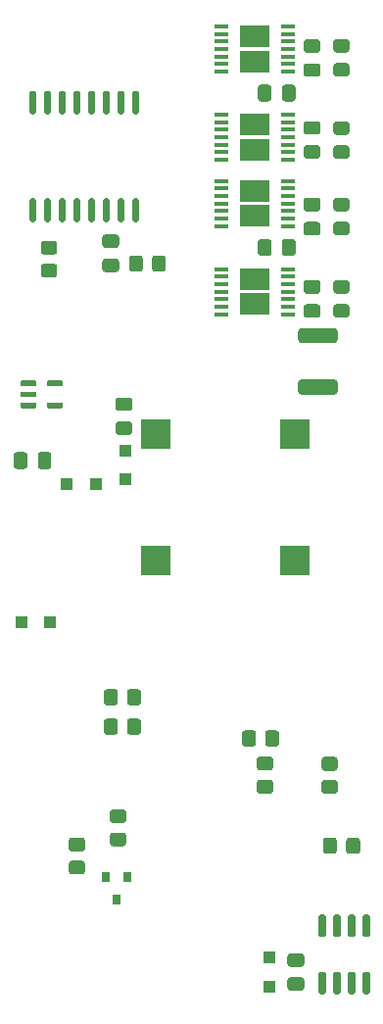
<source format=gbr>
%TF.GenerationSoftware,KiCad,Pcbnew,5.1.10*%
%TF.CreationDate,2021-06-27T22:38:49+02:00*%
%TF.ProjectId,fc_v2,66635f76-322e-46b6-9963-61645f706362,rev?*%
%TF.SameCoordinates,Original*%
%TF.FileFunction,Paste,Bot*%
%TF.FilePolarity,Positive*%
%FSLAX46Y46*%
G04 Gerber Fmt 4.6, Leading zero omitted, Abs format (unit mm)*
G04 Created by KiCad (PCBNEW 5.1.10) date 2021-06-27 22:38:49*
%MOMM*%
%LPD*%
G01*
G04 APERTURE LIST*
%ADD10R,1.000000X1.000000*%
%ADD11R,0.800000X0.900000*%
%ADD12R,1.310000X0.450000*%
%ADD13R,2.650000X1.850000*%
%ADD14R,2.500000X2.500000*%
G04 APERTURE END LIST*
%TO.C,JP3*%
G36*
G01*
X149786000Y-95260000D02*
X146886000Y-95260000D01*
G75*
G02*
X146636000Y-95010000I0J250000D01*
G01*
X146636000Y-94210000D01*
G75*
G02*
X146886000Y-93960000I250000J0D01*
G01*
X149786000Y-93960000D01*
G75*
G02*
X150036000Y-94210000I0J-250000D01*
G01*
X150036000Y-95010000D01*
G75*
G02*
X149786000Y-95260000I-250000J0D01*
G01*
G37*
G36*
G01*
X149786000Y-99710000D02*
X146886000Y-99710000D01*
G75*
G02*
X146636000Y-99460000I0J250000D01*
G01*
X146636000Y-98660000D01*
G75*
G02*
X146886000Y-98410000I250000J0D01*
G01*
X149786000Y-98410000D01*
G75*
G02*
X150036000Y-98660000I0J-250000D01*
G01*
X150036000Y-99460000D01*
G75*
G02*
X149786000Y-99710000I-250000J0D01*
G01*
G37*
%TD*%
%TO.C,U17*%
G36*
G01*
X122610000Y-100770000D02*
X122610000Y-100520000D01*
G75*
G02*
X122735000Y-100395000I125000J0D01*
G01*
X123910000Y-100395000D01*
G75*
G02*
X124035000Y-100520000I0J-125000D01*
G01*
X124035000Y-100770000D01*
G75*
G02*
X123910000Y-100895000I-125000J0D01*
G01*
X122735000Y-100895000D01*
G75*
G02*
X122610000Y-100770000I0J125000D01*
G01*
G37*
G36*
G01*
X122610000Y-99820000D02*
X122610000Y-99570000D01*
G75*
G02*
X122735000Y-99445000I125000J0D01*
G01*
X123910000Y-99445000D01*
G75*
G02*
X124035000Y-99570000I0J-125000D01*
G01*
X124035000Y-99820000D01*
G75*
G02*
X123910000Y-99945000I-125000J0D01*
G01*
X122735000Y-99945000D01*
G75*
G02*
X122610000Y-99820000I0J125000D01*
G01*
G37*
G36*
G01*
X122610000Y-98870000D02*
X122610000Y-98620000D01*
G75*
G02*
X122735000Y-98495000I125000J0D01*
G01*
X123910000Y-98495000D01*
G75*
G02*
X124035000Y-98620000I0J-125000D01*
G01*
X124035000Y-98870000D01*
G75*
G02*
X123910000Y-98995000I-125000J0D01*
G01*
X122735000Y-98995000D01*
G75*
G02*
X122610000Y-98870000I0J125000D01*
G01*
G37*
G36*
G01*
X124885000Y-98870000D02*
X124885000Y-98620000D01*
G75*
G02*
X125010000Y-98495000I125000J0D01*
G01*
X126185000Y-98495000D01*
G75*
G02*
X126310000Y-98620000I0J-125000D01*
G01*
X126310000Y-98870000D01*
G75*
G02*
X126185000Y-98995000I-125000J0D01*
G01*
X125010000Y-98995000D01*
G75*
G02*
X124885000Y-98870000I0J125000D01*
G01*
G37*
G36*
G01*
X124885000Y-100770000D02*
X124885000Y-100520000D01*
G75*
G02*
X125010000Y-100395000I125000J0D01*
G01*
X126185000Y-100395000D01*
G75*
G02*
X126310000Y-100520000I0J-125000D01*
G01*
X126310000Y-100770000D01*
G75*
G02*
X126185000Y-100895000I-125000J0D01*
G01*
X125010000Y-100895000D01*
G75*
G02*
X124885000Y-100770000I0J125000D01*
G01*
G37*
%TD*%
D10*
%TO.C,D11*%
X129139000Y-107442000D03*
X126639000Y-107442000D03*
%TD*%
%TO.C,D9*%
X125202000Y-119380000D03*
X122702000Y-119380000D03*
%TD*%
%TO.C,D4*%
X144145000Y-148347000D03*
X144145000Y-150847000D03*
%TD*%
%TO.C,D1*%
X131699000Y-104532000D03*
X131699000Y-107032000D03*
%TD*%
D11*
%TO.C,Q1*%
X130937000Y-143367000D03*
X131887000Y-141367000D03*
X129987000Y-141367000D03*
%TD*%
%TO.C,C9*%
G36*
G01*
X123226500Y-104935000D02*
X123226500Y-105885000D01*
G75*
G02*
X122976500Y-106135000I-250000J0D01*
G01*
X122301500Y-106135000D01*
G75*
G02*
X122051500Y-105885000I0J250000D01*
G01*
X122051500Y-104935000D01*
G75*
G02*
X122301500Y-104685000I250000J0D01*
G01*
X122976500Y-104685000D01*
G75*
G02*
X123226500Y-104935000I0J-250000D01*
G01*
G37*
G36*
G01*
X125301500Y-104935000D02*
X125301500Y-105885000D01*
G75*
G02*
X125051500Y-106135000I-250000J0D01*
G01*
X124376500Y-106135000D01*
G75*
G02*
X124126500Y-105885000I0J250000D01*
G01*
X124126500Y-104935000D01*
G75*
G02*
X124376500Y-104685000I250000J0D01*
G01*
X125051500Y-104685000D01*
G75*
G02*
X125301500Y-104935000I0J-250000D01*
G01*
G37*
%TD*%
%TO.C,C1*%
G36*
G01*
X145956000Y-150056000D02*
X146906000Y-150056000D01*
G75*
G02*
X147156000Y-150306000I0J-250000D01*
G01*
X147156000Y-150981000D01*
G75*
G02*
X146906000Y-151231000I-250000J0D01*
G01*
X145956000Y-151231000D01*
G75*
G02*
X145706000Y-150981000I0J250000D01*
G01*
X145706000Y-150306000D01*
G75*
G02*
X145956000Y-150056000I250000J0D01*
G01*
G37*
G36*
G01*
X145956000Y-147981000D02*
X146906000Y-147981000D01*
G75*
G02*
X147156000Y-148231000I0J-250000D01*
G01*
X147156000Y-148906000D01*
G75*
G02*
X146906000Y-149156000I-250000J0D01*
G01*
X145956000Y-149156000D01*
G75*
G02*
X145706000Y-148906000I0J250000D01*
G01*
X145706000Y-148231000D01*
G75*
G02*
X145956000Y-147981000I250000J0D01*
G01*
G37*
%TD*%
%TO.C,U16*%
G36*
G01*
X132738000Y-84796000D02*
X132438000Y-84796000D01*
G75*
G02*
X132288000Y-84646000I0J150000D01*
G01*
X132288000Y-82896000D01*
G75*
G02*
X132438000Y-82746000I150000J0D01*
G01*
X132738000Y-82746000D01*
G75*
G02*
X132888000Y-82896000I0J-150000D01*
G01*
X132888000Y-84646000D01*
G75*
G02*
X132738000Y-84796000I-150000J0D01*
G01*
G37*
G36*
G01*
X131468000Y-84796000D02*
X131168000Y-84796000D01*
G75*
G02*
X131018000Y-84646000I0J150000D01*
G01*
X131018000Y-82896000D01*
G75*
G02*
X131168000Y-82746000I150000J0D01*
G01*
X131468000Y-82746000D01*
G75*
G02*
X131618000Y-82896000I0J-150000D01*
G01*
X131618000Y-84646000D01*
G75*
G02*
X131468000Y-84796000I-150000J0D01*
G01*
G37*
G36*
G01*
X130198000Y-84796000D02*
X129898000Y-84796000D01*
G75*
G02*
X129748000Y-84646000I0J150000D01*
G01*
X129748000Y-82896000D01*
G75*
G02*
X129898000Y-82746000I150000J0D01*
G01*
X130198000Y-82746000D01*
G75*
G02*
X130348000Y-82896000I0J-150000D01*
G01*
X130348000Y-84646000D01*
G75*
G02*
X130198000Y-84796000I-150000J0D01*
G01*
G37*
G36*
G01*
X128928000Y-84796000D02*
X128628000Y-84796000D01*
G75*
G02*
X128478000Y-84646000I0J150000D01*
G01*
X128478000Y-82896000D01*
G75*
G02*
X128628000Y-82746000I150000J0D01*
G01*
X128928000Y-82746000D01*
G75*
G02*
X129078000Y-82896000I0J-150000D01*
G01*
X129078000Y-84646000D01*
G75*
G02*
X128928000Y-84796000I-150000J0D01*
G01*
G37*
G36*
G01*
X127658000Y-84796000D02*
X127358000Y-84796000D01*
G75*
G02*
X127208000Y-84646000I0J150000D01*
G01*
X127208000Y-82896000D01*
G75*
G02*
X127358000Y-82746000I150000J0D01*
G01*
X127658000Y-82746000D01*
G75*
G02*
X127808000Y-82896000I0J-150000D01*
G01*
X127808000Y-84646000D01*
G75*
G02*
X127658000Y-84796000I-150000J0D01*
G01*
G37*
G36*
G01*
X126388000Y-84796000D02*
X126088000Y-84796000D01*
G75*
G02*
X125938000Y-84646000I0J150000D01*
G01*
X125938000Y-82896000D01*
G75*
G02*
X126088000Y-82746000I150000J0D01*
G01*
X126388000Y-82746000D01*
G75*
G02*
X126538000Y-82896000I0J-150000D01*
G01*
X126538000Y-84646000D01*
G75*
G02*
X126388000Y-84796000I-150000J0D01*
G01*
G37*
G36*
G01*
X125118000Y-84796000D02*
X124818000Y-84796000D01*
G75*
G02*
X124668000Y-84646000I0J150000D01*
G01*
X124668000Y-82896000D01*
G75*
G02*
X124818000Y-82746000I150000J0D01*
G01*
X125118000Y-82746000D01*
G75*
G02*
X125268000Y-82896000I0J-150000D01*
G01*
X125268000Y-84646000D01*
G75*
G02*
X125118000Y-84796000I-150000J0D01*
G01*
G37*
G36*
G01*
X123848000Y-84796000D02*
X123548000Y-84796000D01*
G75*
G02*
X123398000Y-84646000I0J150000D01*
G01*
X123398000Y-82896000D01*
G75*
G02*
X123548000Y-82746000I150000J0D01*
G01*
X123848000Y-82746000D01*
G75*
G02*
X123998000Y-82896000I0J-150000D01*
G01*
X123998000Y-84646000D01*
G75*
G02*
X123848000Y-84796000I-150000J0D01*
G01*
G37*
G36*
G01*
X123848000Y-75496000D02*
X123548000Y-75496000D01*
G75*
G02*
X123398000Y-75346000I0J150000D01*
G01*
X123398000Y-73596000D01*
G75*
G02*
X123548000Y-73446000I150000J0D01*
G01*
X123848000Y-73446000D01*
G75*
G02*
X123998000Y-73596000I0J-150000D01*
G01*
X123998000Y-75346000D01*
G75*
G02*
X123848000Y-75496000I-150000J0D01*
G01*
G37*
G36*
G01*
X125118000Y-75496000D02*
X124818000Y-75496000D01*
G75*
G02*
X124668000Y-75346000I0J150000D01*
G01*
X124668000Y-73596000D01*
G75*
G02*
X124818000Y-73446000I150000J0D01*
G01*
X125118000Y-73446000D01*
G75*
G02*
X125268000Y-73596000I0J-150000D01*
G01*
X125268000Y-75346000D01*
G75*
G02*
X125118000Y-75496000I-150000J0D01*
G01*
G37*
G36*
G01*
X126388000Y-75496000D02*
X126088000Y-75496000D01*
G75*
G02*
X125938000Y-75346000I0J150000D01*
G01*
X125938000Y-73596000D01*
G75*
G02*
X126088000Y-73446000I150000J0D01*
G01*
X126388000Y-73446000D01*
G75*
G02*
X126538000Y-73596000I0J-150000D01*
G01*
X126538000Y-75346000D01*
G75*
G02*
X126388000Y-75496000I-150000J0D01*
G01*
G37*
G36*
G01*
X127658000Y-75496000D02*
X127358000Y-75496000D01*
G75*
G02*
X127208000Y-75346000I0J150000D01*
G01*
X127208000Y-73596000D01*
G75*
G02*
X127358000Y-73446000I150000J0D01*
G01*
X127658000Y-73446000D01*
G75*
G02*
X127808000Y-73596000I0J-150000D01*
G01*
X127808000Y-75346000D01*
G75*
G02*
X127658000Y-75496000I-150000J0D01*
G01*
G37*
G36*
G01*
X128928000Y-75496000D02*
X128628000Y-75496000D01*
G75*
G02*
X128478000Y-75346000I0J150000D01*
G01*
X128478000Y-73596000D01*
G75*
G02*
X128628000Y-73446000I150000J0D01*
G01*
X128928000Y-73446000D01*
G75*
G02*
X129078000Y-73596000I0J-150000D01*
G01*
X129078000Y-75346000D01*
G75*
G02*
X128928000Y-75496000I-150000J0D01*
G01*
G37*
G36*
G01*
X130198000Y-75496000D02*
X129898000Y-75496000D01*
G75*
G02*
X129748000Y-75346000I0J150000D01*
G01*
X129748000Y-73596000D01*
G75*
G02*
X129898000Y-73446000I150000J0D01*
G01*
X130198000Y-73446000D01*
G75*
G02*
X130348000Y-73596000I0J-150000D01*
G01*
X130348000Y-75346000D01*
G75*
G02*
X130198000Y-75496000I-150000J0D01*
G01*
G37*
G36*
G01*
X131468000Y-75496000D02*
X131168000Y-75496000D01*
G75*
G02*
X131018000Y-75346000I0J150000D01*
G01*
X131018000Y-73596000D01*
G75*
G02*
X131168000Y-73446000I150000J0D01*
G01*
X131468000Y-73446000D01*
G75*
G02*
X131618000Y-73596000I0J-150000D01*
G01*
X131618000Y-75346000D01*
G75*
G02*
X131468000Y-75496000I-150000J0D01*
G01*
G37*
G36*
G01*
X132738000Y-75496000D02*
X132438000Y-75496000D01*
G75*
G02*
X132288000Y-75346000I0J150000D01*
G01*
X132288000Y-73596000D01*
G75*
G02*
X132438000Y-73446000I150000J0D01*
G01*
X132738000Y-73446000D01*
G75*
G02*
X132888000Y-73596000I0J-150000D01*
G01*
X132888000Y-75346000D01*
G75*
G02*
X132738000Y-75496000I-150000J0D01*
G01*
G37*
%TD*%
%TO.C,U4*%
G36*
G01*
X152677000Y-151532000D02*
X152377000Y-151532000D01*
G75*
G02*
X152227000Y-151382000I0J150000D01*
G01*
X152227000Y-149732000D01*
G75*
G02*
X152377000Y-149582000I150000J0D01*
G01*
X152677000Y-149582000D01*
G75*
G02*
X152827000Y-149732000I0J-150000D01*
G01*
X152827000Y-151382000D01*
G75*
G02*
X152677000Y-151532000I-150000J0D01*
G01*
G37*
G36*
G01*
X151407000Y-151532000D02*
X151107000Y-151532000D01*
G75*
G02*
X150957000Y-151382000I0J150000D01*
G01*
X150957000Y-149732000D01*
G75*
G02*
X151107000Y-149582000I150000J0D01*
G01*
X151407000Y-149582000D01*
G75*
G02*
X151557000Y-149732000I0J-150000D01*
G01*
X151557000Y-151382000D01*
G75*
G02*
X151407000Y-151532000I-150000J0D01*
G01*
G37*
G36*
G01*
X150137000Y-151532000D02*
X149837000Y-151532000D01*
G75*
G02*
X149687000Y-151382000I0J150000D01*
G01*
X149687000Y-149732000D01*
G75*
G02*
X149837000Y-149582000I150000J0D01*
G01*
X150137000Y-149582000D01*
G75*
G02*
X150287000Y-149732000I0J-150000D01*
G01*
X150287000Y-151382000D01*
G75*
G02*
X150137000Y-151532000I-150000J0D01*
G01*
G37*
G36*
G01*
X148867000Y-151532000D02*
X148567000Y-151532000D01*
G75*
G02*
X148417000Y-151382000I0J150000D01*
G01*
X148417000Y-149732000D01*
G75*
G02*
X148567000Y-149582000I150000J0D01*
G01*
X148867000Y-149582000D01*
G75*
G02*
X149017000Y-149732000I0J-150000D01*
G01*
X149017000Y-151382000D01*
G75*
G02*
X148867000Y-151532000I-150000J0D01*
G01*
G37*
G36*
G01*
X148867000Y-146582000D02*
X148567000Y-146582000D01*
G75*
G02*
X148417000Y-146432000I0J150000D01*
G01*
X148417000Y-144782000D01*
G75*
G02*
X148567000Y-144632000I150000J0D01*
G01*
X148867000Y-144632000D01*
G75*
G02*
X149017000Y-144782000I0J-150000D01*
G01*
X149017000Y-146432000D01*
G75*
G02*
X148867000Y-146582000I-150000J0D01*
G01*
G37*
G36*
G01*
X150137000Y-146582000D02*
X149837000Y-146582000D01*
G75*
G02*
X149687000Y-146432000I0J150000D01*
G01*
X149687000Y-144782000D01*
G75*
G02*
X149837000Y-144632000I150000J0D01*
G01*
X150137000Y-144632000D01*
G75*
G02*
X150287000Y-144782000I0J-150000D01*
G01*
X150287000Y-146432000D01*
G75*
G02*
X150137000Y-146582000I-150000J0D01*
G01*
G37*
G36*
G01*
X151407000Y-146582000D02*
X151107000Y-146582000D01*
G75*
G02*
X150957000Y-146432000I0J150000D01*
G01*
X150957000Y-144782000D01*
G75*
G02*
X151107000Y-144632000I150000J0D01*
G01*
X151407000Y-144632000D01*
G75*
G02*
X151557000Y-144782000I0J-150000D01*
G01*
X151557000Y-146432000D01*
G75*
G02*
X151407000Y-146582000I-150000J0D01*
G01*
G37*
G36*
G01*
X152677000Y-146582000D02*
X152377000Y-146582000D01*
G75*
G02*
X152227000Y-146432000I0J150000D01*
G01*
X152227000Y-144782000D01*
G75*
G02*
X152377000Y-144632000I150000J0D01*
G01*
X152677000Y-144632000D01*
G75*
G02*
X152827000Y-144782000I0J-150000D01*
G01*
X152827000Y-146432000D01*
G75*
G02*
X152677000Y-146582000I-150000J0D01*
G01*
G37*
%TD*%
%TO.C,R13*%
G36*
G01*
X149984000Y-138233999D02*
X149984000Y-139134001D01*
G75*
G02*
X149734001Y-139384000I-249999J0D01*
G01*
X149033999Y-139384000D01*
G75*
G02*
X148784000Y-139134001I0J249999D01*
G01*
X148784000Y-138233999D01*
G75*
G02*
X149033999Y-137984000I249999J0D01*
G01*
X149734001Y-137984000D01*
G75*
G02*
X149984000Y-138233999I0J-249999D01*
G01*
G37*
G36*
G01*
X151984000Y-138233999D02*
X151984000Y-139134001D01*
G75*
G02*
X151734001Y-139384000I-249999J0D01*
G01*
X151033999Y-139384000D01*
G75*
G02*
X150784000Y-139134001I0J249999D01*
G01*
X150784000Y-138233999D01*
G75*
G02*
X151033999Y-137984000I249999J0D01*
G01*
X151734001Y-137984000D01*
G75*
G02*
X151984000Y-138233999I0J-249999D01*
G01*
G37*
%TD*%
D12*
%TO.C,U14*%
X140025000Y-71800000D03*
X140025000Y-71150000D03*
X140025000Y-70500000D03*
X140030000Y-69850000D03*
X140025000Y-69200000D03*
X140025000Y-68550000D03*
X140025000Y-67900000D03*
X145725000Y-67900000D03*
X145725000Y-68550000D03*
X145725000Y-69200000D03*
X145725000Y-69850000D03*
X145725000Y-70500000D03*
X145725000Y-71150000D03*
X145725000Y-71800000D03*
D13*
X142875000Y-70925000D03*
X142875000Y-68775000D03*
%TD*%
D12*
%TO.C,U13*%
X140025000Y-79420000D03*
X140025000Y-78770000D03*
X140025000Y-78120000D03*
X140030000Y-77470000D03*
X140025000Y-76820000D03*
X140025000Y-76170000D03*
X140025000Y-75520000D03*
X145725000Y-75520000D03*
X145725000Y-76170000D03*
X145725000Y-76820000D03*
X145725000Y-77470000D03*
X145725000Y-78120000D03*
X145725000Y-78770000D03*
X145725000Y-79420000D03*
D13*
X142875000Y-78545000D03*
X142875000Y-76395000D03*
%TD*%
D12*
%TO.C,U12*%
X140025000Y-85135000D03*
X140025000Y-84485000D03*
X140025000Y-83835000D03*
X140030000Y-83185000D03*
X140025000Y-82535000D03*
X140025000Y-81885000D03*
X140025000Y-81235000D03*
X145725000Y-81235000D03*
X145725000Y-81885000D03*
X145725000Y-82535000D03*
X145725000Y-83185000D03*
X145725000Y-83835000D03*
X145725000Y-84485000D03*
X145725000Y-85135000D03*
D13*
X142875000Y-84260000D03*
X142875000Y-82110000D03*
%TD*%
D12*
%TO.C,U11*%
X140025000Y-92755000D03*
X140025000Y-92105000D03*
X140025000Y-91455000D03*
X140030000Y-90805000D03*
X140025000Y-90155000D03*
X140025000Y-89505000D03*
X140025000Y-88855000D03*
X145725000Y-88855000D03*
X145725000Y-89505000D03*
X145725000Y-90155000D03*
X145725000Y-90805000D03*
X145725000Y-91455000D03*
X145725000Y-92105000D03*
X145725000Y-92755000D03*
D13*
X142875000Y-91880000D03*
X142875000Y-89730000D03*
%TD*%
%TO.C,R10*%
G36*
G01*
X148901999Y-133004000D02*
X149802001Y-133004000D01*
G75*
G02*
X150052000Y-133253999I0J-249999D01*
G01*
X150052000Y-133954001D01*
G75*
G02*
X149802001Y-134204000I-249999J0D01*
G01*
X148901999Y-134204000D01*
G75*
G02*
X148652000Y-133954001I0J249999D01*
G01*
X148652000Y-133253999D01*
G75*
G02*
X148901999Y-133004000I249999J0D01*
G01*
G37*
G36*
G01*
X148901999Y-131004000D02*
X149802001Y-131004000D01*
G75*
G02*
X150052000Y-131253999I0J-249999D01*
G01*
X150052000Y-131954001D01*
G75*
G02*
X149802001Y-132204000I-249999J0D01*
G01*
X148901999Y-132204000D01*
G75*
G02*
X148652000Y-131954001I0J249999D01*
G01*
X148652000Y-131253999D01*
G75*
G02*
X148901999Y-131004000I249999J0D01*
G01*
G37*
%TD*%
%TO.C,R9*%
G36*
G01*
X127958001Y-139173000D02*
X127057999Y-139173000D01*
G75*
G02*
X126808000Y-138923001I0J249999D01*
G01*
X126808000Y-138222999D01*
G75*
G02*
X127057999Y-137973000I249999J0D01*
G01*
X127958001Y-137973000D01*
G75*
G02*
X128208000Y-138222999I0J-249999D01*
G01*
X128208000Y-138923001D01*
G75*
G02*
X127958001Y-139173000I-249999J0D01*
G01*
G37*
G36*
G01*
X127958001Y-141173000D02*
X127057999Y-141173000D01*
G75*
G02*
X126808000Y-140923001I0J249999D01*
G01*
X126808000Y-140222999D01*
G75*
G02*
X127057999Y-139973000I249999J0D01*
G01*
X127958001Y-139973000D01*
G75*
G02*
X128208000Y-140222999I0J-249999D01*
G01*
X128208000Y-140923001D01*
G75*
G02*
X127958001Y-141173000I-249999J0D01*
G01*
G37*
%TD*%
%TO.C,R8*%
G36*
G01*
X134004000Y-88842001D02*
X134004000Y-87941999D01*
G75*
G02*
X134253999Y-87692000I249999J0D01*
G01*
X134954001Y-87692000D01*
G75*
G02*
X135204000Y-87941999I0J-249999D01*
G01*
X135204000Y-88842001D01*
G75*
G02*
X134954001Y-89092000I-249999J0D01*
G01*
X134253999Y-89092000D01*
G75*
G02*
X134004000Y-88842001I0J249999D01*
G01*
G37*
G36*
G01*
X132004000Y-88842001D02*
X132004000Y-87941999D01*
G75*
G02*
X132253999Y-87692000I249999J0D01*
G01*
X132954001Y-87692000D01*
G75*
G02*
X133204000Y-87941999I0J-249999D01*
G01*
X133204000Y-88842001D01*
G75*
G02*
X132954001Y-89092000I-249999J0D01*
G01*
X132253999Y-89092000D01*
G75*
G02*
X132004000Y-88842001I0J249999D01*
G01*
G37*
%TD*%
%TO.C,R6*%
G36*
G01*
X131514001Y-136744000D02*
X130613999Y-136744000D01*
G75*
G02*
X130364000Y-136494001I0J249999D01*
G01*
X130364000Y-135793999D01*
G75*
G02*
X130613999Y-135544000I249999J0D01*
G01*
X131514001Y-135544000D01*
G75*
G02*
X131764000Y-135793999I0J-249999D01*
G01*
X131764000Y-136494001D01*
G75*
G02*
X131514001Y-136744000I-249999J0D01*
G01*
G37*
G36*
G01*
X131514001Y-138744000D02*
X130613999Y-138744000D01*
G75*
G02*
X130364000Y-138494001I0J249999D01*
G01*
X130364000Y-137793999D01*
G75*
G02*
X130613999Y-137544000I249999J0D01*
G01*
X131514001Y-137544000D01*
G75*
G02*
X131764000Y-137793999I0J-249999D01*
G01*
X131764000Y-138494001D01*
G75*
G02*
X131514001Y-138744000I-249999J0D01*
G01*
G37*
%TD*%
%TO.C,R5*%
G36*
G01*
X125545001Y-87611000D02*
X124644999Y-87611000D01*
G75*
G02*
X124395000Y-87361001I0J249999D01*
G01*
X124395000Y-86660999D01*
G75*
G02*
X124644999Y-86411000I249999J0D01*
G01*
X125545001Y-86411000D01*
G75*
G02*
X125795000Y-86660999I0J-249999D01*
G01*
X125795000Y-87361001D01*
G75*
G02*
X125545001Y-87611000I-249999J0D01*
G01*
G37*
G36*
G01*
X125545001Y-89611000D02*
X124644999Y-89611000D01*
G75*
G02*
X124395000Y-89361001I0J249999D01*
G01*
X124395000Y-88660999D01*
G75*
G02*
X124644999Y-88411000I249999J0D01*
G01*
X125545001Y-88411000D01*
G75*
G02*
X125795000Y-88660999I0J-249999D01*
G01*
X125795000Y-89361001D01*
G75*
G02*
X125545001Y-89611000I-249999J0D01*
G01*
G37*
%TD*%
%TO.C,R4*%
G36*
G01*
X131045000Y-127946999D02*
X131045000Y-128847001D01*
G75*
G02*
X130795001Y-129097000I-249999J0D01*
G01*
X130094999Y-129097000D01*
G75*
G02*
X129845000Y-128847001I0J249999D01*
G01*
X129845000Y-127946999D01*
G75*
G02*
X130094999Y-127697000I249999J0D01*
G01*
X130795001Y-127697000D01*
G75*
G02*
X131045000Y-127946999I0J-249999D01*
G01*
G37*
G36*
G01*
X133045000Y-127946999D02*
X133045000Y-128847001D01*
G75*
G02*
X132795001Y-129097000I-249999J0D01*
G01*
X132094999Y-129097000D01*
G75*
G02*
X131845000Y-128847001I0J249999D01*
G01*
X131845000Y-127946999D01*
G75*
G02*
X132094999Y-127697000I249999J0D01*
G01*
X132795001Y-127697000D01*
G75*
G02*
X133045000Y-127946999I0J-249999D01*
G01*
G37*
%TD*%
%TO.C,R3*%
G36*
G01*
X131045000Y-125406999D02*
X131045000Y-126307001D01*
G75*
G02*
X130795001Y-126557000I-249999J0D01*
G01*
X130094999Y-126557000D01*
G75*
G02*
X129845000Y-126307001I0J249999D01*
G01*
X129845000Y-125406999D01*
G75*
G02*
X130094999Y-125157000I249999J0D01*
G01*
X130795001Y-125157000D01*
G75*
G02*
X131045000Y-125406999I0J-249999D01*
G01*
G37*
G36*
G01*
X133045000Y-125406999D02*
X133045000Y-126307001D01*
G75*
G02*
X132795001Y-126557000I-249999J0D01*
G01*
X132094999Y-126557000D01*
G75*
G02*
X131845000Y-126307001I0J249999D01*
G01*
X131845000Y-125406999D01*
G75*
G02*
X132094999Y-125157000I249999J0D01*
G01*
X132795001Y-125157000D01*
G75*
G02*
X133045000Y-125406999I0J-249999D01*
G01*
G37*
%TD*%
%TO.C,R2*%
G36*
G01*
X143313999Y-132988000D02*
X144214001Y-132988000D01*
G75*
G02*
X144464000Y-133237999I0J-249999D01*
G01*
X144464000Y-133938001D01*
G75*
G02*
X144214001Y-134188000I-249999J0D01*
G01*
X143313999Y-134188000D01*
G75*
G02*
X143064000Y-133938001I0J249999D01*
G01*
X143064000Y-133237999D01*
G75*
G02*
X143313999Y-132988000I249999J0D01*
G01*
G37*
G36*
G01*
X143313999Y-130988000D02*
X144214001Y-130988000D01*
G75*
G02*
X144464000Y-131237999I0J-249999D01*
G01*
X144464000Y-131938001D01*
G75*
G02*
X144214001Y-132188000I-249999J0D01*
G01*
X143313999Y-132188000D01*
G75*
G02*
X143064000Y-131938001I0J249999D01*
G01*
X143064000Y-131237999D01*
G75*
G02*
X143313999Y-130988000I249999J0D01*
G01*
G37*
%TD*%
%TO.C,R1*%
G36*
G01*
X142983000Y-128962999D02*
X142983000Y-129863001D01*
G75*
G02*
X142733001Y-130113000I-249999J0D01*
G01*
X142032999Y-130113000D01*
G75*
G02*
X141783000Y-129863001I0J249999D01*
G01*
X141783000Y-128962999D01*
G75*
G02*
X142032999Y-128713000I249999J0D01*
G01*
X142733001Y-128713000D01*
G75*
G02*
X142983000Y-128962999I0J-249999D01*
G01*
G37*
G36*
G01*
X144983000Y-128962999D02*
X144983000Y-129863001D01*
G75*
G02*
X144733001Y-130113000I-249999J0D01*
G01*
X144032999Y-130113000D01*
G75*
G02*
X143783000Y-129863001I0J249999D01*
G01*
X143783000Y-128962999D01*
G75*
G02*
X144032999Y-128713000I249999J0D01*
G01*
X144733001Y-128713000D01*
G75*
G02*
X144983000Y-128962999I0J-249999D01*
G01*
G37*
%TD*%
%TO.C,D12*%
G36*
G01*
X149917999Y-71062000D02*
X150818001Y-71062000D01*
G75*
G02*
X151068000Y-71311999I0J-249999D01*
G01*
X151068000Y-71962001D01*
G75*
G02*
X150818001Y-72212000I-249999J0D01*
G01*
X149917999Y-72212000D01*
G75*
G02*
X149668000Y-71962001I0J249999D01*
G01*
X149668000Y-71311999D01*
G75*
G02*
X149917999Y-71062000I249999J0D01*
G01*
G37*
G36*
G01*
X149917999Y-69012000D02*
X150818001Y-69012000D01*
G75*
G02*
X151068000Y-69261999I0J-249999D01*
G01*
X151068000Y-69912001D01*
G75*
G02*
X150818001Y-70162000I-249999J0D01*
G01*
X149917999Y-70162000D01*
G75*
G02*
X149668000Y-69912001I0J249999D01*
G01*
X149668000Y-69261999D01*
G75*
G02*
X149917999Y-69012000I249999J0D01*
G01*
G37*
%TD*%
%TO.C,D10*%
G36*
G01*
X149917999Y-78165000D02*
X150818001Y-78165000D01*
G75*
G02*
X151068000Y-78414999I0J-249999D01*
G01*
X151068000Y-79065001D01*
G75*
G02*
X150818001Y-79315000I-249999J0D01*
G01*
X149917999Y-79315000D01*
G75*
G02*
X149668000Y-79065001I0J249999D01*
G01*
X149668000Y-78414999D01*
G75*
G02*
X149917999Y-78165000I249999J0D01*
G01*
G37*
G36*
G01*
X149917999Y-76115000D02*
X150818001Y-76115000D01*
G75*
G02*
X151068000Y-76364999I0J-249999D01*
G01*
X151068000Y-77015001D01*
G75*
G02*
X150818001Y-77265000I-249999J0D01*
G01*
X149917999Y-77265000D01*
G75*
G02*
X149668000Y-77015001I0J249999D01*
G01*
X149668000Y-76364999D01*
G75*
G02*
X149917999Y-76115000I249999J0D01*
G01*
G37*
%TD*%
%TO.C,D8*%
G36*
G01*
X149917999Y-84778000D02*
X150818001Y-84778000D01*
G75*
G02*
X151068000Y-85027999I0J-249999D01*
G01*
X151068000Y-85678001D01*
G75*
G02*
X150818001Y-85928000I-249999J0D01*
G01*
X149917999Y-85928000D01*
G75*
G02*
X149668000Y-85678001I0J249999D01*
G01*
X149668000Y-85027999D01*
G75*
G02*
X149917999Y-84778000I249999J0D01*
G01*
G37*
G36*
G01*
X149917999Y-82728000D02*
X150818001Y-82728000D01*
G75*
G02*
X151068000Y-82977999I0J-249999D01*
G01*
X151068000Y-83628001D01*
G75*
G02*
X150818001Y-83878000I-249999J0D01*
G01*
X149917999Y-83878000D01*
G75*
G02*
X149668000Y-83628001I0J249999D01*
G01*
X149668000Y-82977999D01*
G75*
G02*
X149917999Y-82728000I249999J0D01*
G01*
G37*
%TD*%
%TO.C,D6*%
G36*
G01*
X149917999Y-91890000D02*
X150818001Y-91890000D01*
G75*
G02*
X151068000Y-92139999I0J-249999D01*
G01*
X151068000Y-92790001D01*
G75*
G02*
X150818001Y-93040000I-249999J0D01*
G01*
X149917999Y-93040000D01*
G75*
G02*
X149668000Y-92790001I0J249999D01*
G01*
X149668000Y-92139999D01*
G75*
G02*
X149917999Y-91890000I249999J0D01*
G01*
G37*
G36*
G01*
X149917999Y-89840000D02*
X150818001Y-89840000D01*
G75*
G02*
X151068000Y-90089999I0J-249999D01*
G01*
X151068000Y-90740001D01*
G75*
G02*
X150818001Y-90990000I-249999J0D01*
G01*
X149917999Y-90990000D01*
G75*
G02*
X149668000Y-90740001I0J249999D01*
G01*
X149668000Y-90089999D01*
G75*
G02*
X149917999Y-89840000I249999J0D01*
G01*
G37*
%TD*%
%TO.C,C12*%
G36*
G01*
X144330000Y-73185000D02*
X144330000Y-74135000D01*
G75*
G02*
X144080000Y-74385000I-250000J0D01*
G01*
X143405000Y-74385000D01*
G75*
G02*
X143155000Y-74135000I0J250000D01*
G01*
X143155000Y-73185000D01*
G75*
G02*
X143405000Y-72935000I250000J0D01*
G01*
X144080000Y-72935000D01*
G75*
G02*
X144330000Y-73185000I0J-250000D01*
G01*
G37*
G36*
G01*
X146405000Y-73185000D02*
X146405000Y-74135000D01*
G75*
G02*
X146155000Y-74385000I-250000J0D01*
G01*
X145480000Y-74385000D01*
G75*
G02*
X145230000Y-74135000I0J250000D01*
G01*
X145230000Y-73185000D01*
G75*
G02*
X145480000Y-72935000I250000J0D01*
G01*
X146155000Y-72935000D01*
G75*
G02*
X146405000Y-73185000I0J-250000D01*
G01*
G37*
%TD*%
%TO.C,C10*%
G36*
G01*
X144330000Y-86520000D02*
X144330000Y-87470000D01*
G75*
G02*
X144080000Y-87720000I-250000J0D01*
G01*
X143405000Y-87720000D01*
G75*
G02*
X143155000Y-87470000I0J250000D01*
G01*
X143155000Y-86520000D01*
G75*
G02*
X143405000Y-86270000I250000J0D01*
G01*
X144080000Y-86270000D01*
G75*
G02*
X144330000Y-86520000I0J-250000D01*
G01*
G37*
G36*
G01*
X146405000Y-86520000D02*
X146405000Y-87470000D01*
G75*
G02*
X146155000Y-87720000I-250000J0D01*
G01*
X145480000Y-87720000D01*
G75*
G02*
X145230000Y-87470000I0J250000D01*
G01*
X145230000Y-86520000D01*
G75*
G02*
X145480000Y-86270000I250000J0D01*
G01*
X146155000Y-86270000D01*
G75*
G02*
X146405000Y-86520000I0J-250000D01*
G01*
G37*
%TD*%
%TO.C,C8*%
G36*
G01*
X148303000Y-70183500D02*
X147353000Y-70183500D01*
G75*
G02*
X147103000Y-69933500I0J250000D01*
G01*
X147103000Y-69258500D01*
G75*
G02*
X147353000Y-69008500I250000J0D01*
G01*
X148303000Y-69008500D01*
G75*
G02*
X148553000Y-69258500I0J-250000D01*
G01*
X148553000Y-69933500D01*
G75*
G02*
X148303000Y-70183500I-250000J0D01*
G01*
G37*
G36*
G01*
X148303000Y-72258500D02*
X147353000Y-72258500D01*
G75*
G02*
X147103000Y-72008500I0J250000D01*
G01*
X147103000Y-71333500D01*
G75*
G02*
X147353000Y-71083500I250000J0D01*
G01*
X148303000Y-71083500D01*
G75*
G02*
X148553000Y-71333500I0J-250000D01*
G01*
X148553000Y-72008500D01*
G75*
G02*
X148303000Y-72258500I-250000J0D01*
G01*
G37*
%TD*%
%TO.C,C7*%
G36*
G01*
X148303000Y-77252500D02*
X147353000Y-77252500D01*
G75*
G02*
X147103000Y-77002500I0J250000D01*
G01*
X147103000Y-76327500D01*
G75*
G02*
X147353000Y-76077500I250000J0D01*
G01*
X148303000Y-76077500D01*
G75*
G02*
X148553000Y-76327500I0J-250000D01*
G01*
X148553000Y-77002500D01*
G75*
G02*
X148303000Y-77252500I-250000J0D01*
G01*
G37*
G36*
G01*
X148303000Y-79327500D02*
X147353000Y-79327500D01*
G75*
G02*
X147103000Y-79077500I0J250000D01*
G01*
X147103000Y-78402500D01*
G75*
G02*
X147353000Y-78152500I250000J0D01*
G01*
X148303000Y-78152500D01*
G75*
G02*
X148553000Y-78402500I0J-250000D01*
G01*
X148553000Y-79077500D01*
G75*
G02*
X148303000Y-79327500I-250000J0D01*
G01*
G37*
%TD*%
%TO.C,C6*%
G36*
G01*
X148303000Y-83878000D02*
X147353000Y-83878000D01*
G75*
G02*
X147103000Y-83628000I0J250000D01*
G01*
X147103000Y-82953000D01*
G75*
G02*
X147353000Y-82703000I250000J0D01*
G01*
X148303000Y-82703000D01*
G75*
G02*
X148553000Y-82953000I0J-250000D01*
G01*
X148553000Y-83628000D01*
G75*
G02*
X148303000Y-83878000I-250000J0D01*
G01*
G37*
G36*
G01*
X148303000Y-85953000D02*
X147353000Y-85953000D01*
G75*
G02*
X147103000Y-85703000I0J250000D01*
G01*
X147103000Y-85028000D01*
G75*
G02*
X147353000Y-84778000I250000J0D01*
G01*
X148303000Y-84778000D01*
G75*
G02*
X148553000Y-85028000I0J-250000D01*
G01*
X148553000Y-85703000D01*
G75*
G02*
X148303000Y-85953000I-250000J0D01*
G01*
G37*
%TD*%
%TO.C,C5*%
G36*
G01*
X148303000Y-90990000D02*
X147353000Y-90990000D01*
G75*
G02*
X147103000Y-90740000I0J250000D01*
G01*
X147103000Y-90065000D01*
G75*
G02*
X147353000Y-89815000I250000J0D01*
G01*
X148303000Y-89815000D01*
G75*
G02*
X148553000Y-90065000I0J-250000D01*
G01*
X148553000Y-90740000D01*
G75*
G02*
X148303000Y-90990000I-250000J0D01*
G01*
G37*
G36*
G01*
X148303000Y-93065000D02*
X147353000Y-93065000D01*
G75*
G02*
X147103000Y-92815000I0J250000D01*
G01*
X147103000Y-92140000D01*
G75*
G02*
X147353000Y-91890000I250000J0D01*
G01*
X148303000Y-91890000D01*
G75*
G02*
X148553000Y-92140000I0J-250000D01*
G01*
X148553000Y-92815000D01*
G75*
G02*
X148303000Y-93065000I-250000J0D01*
G01*
G37*
%TD*%
%TO.C,C4*%
G36*
G01*
X132047000Y-101128500D02*
X131097000Y-101128500D01*
G75*
G02*
X130847000Y-100878500I0J250000D01*
G01*
X130847000Y-100203500D01*
G75*
G02*
X131097000Y-99953500I250000J0D01*
G01*
X132047000Y-99953500D01*
G75*
G02*
X132297000Y-100203500I0J-250000D01*
G01*
X132297000Y-100878500D01*
G75*
G02*
X132047000Y-101128500I-250000J0D01*
G01*
G37*
G36*
G01*
X132047000Y-103203500D02*
X131097000Y-103203500D01*
G75*
G02*
X130847000Y-102953500I0J250000D01*
G01*
X130847000Y-102278500D01*
G75*
G02*
X131097000Y-102028500I250000J0D01*
G01*
X132047000Y-102028500D01*
G75*
G02*
X132297000Y-102278500I0J-250000D01*
G01*
X132297000Y-102953500D01*
G75*
G02*
X132047000Y-103203500I-250000J0D01*
G01*
G37*
%TD*%
%TO.C,C2*%
G36*
G01*
X129954000Y-87953000D02*
X130904000Y-87953000D01*
G75*
G02*
X131154000Y-88203000I0J-250000D01*
G01*
X131154000Y-88878000D01*
G75*
G02*
X130904000Y-89128000I-250000J0D01*
G01*
X129954000Y-89128000D01*
G75*
G02*
X129704000Y-88878000I0J250000D01*
G01*
X129704000Y-88203000D01*
G75*
G02*
X129954000Y-87953000I250000J0D01*
G01*
G37*
G36*
G01*
X129954000Y-85878000D02*
X130904000Y-85878000D01*
G75*
G02*
X131154000Y-86128000I0J-250000D01*
G01*
X131154000Y-86803000D01*
G75*
G02*
X130904000Y-87053000I-250000J0D01*
G01*
X129954000Y-87053000D01*
G75*
G02*
X129704000Y-86803000I0J250000D01*
G01*
X129704000Y-86128000D01*
G75*
G02*
X129954000Y-85878000I250000J0D01*
G01*
G37*
%TD*%
D14*
%TO.C,U6*%
X134335000Y-114085000D03*
X134335000Y-103085000D03*
X146335000Y-103085000D03*
X146335000Y-114085000D03*
%TD*%
M02*

</source>
